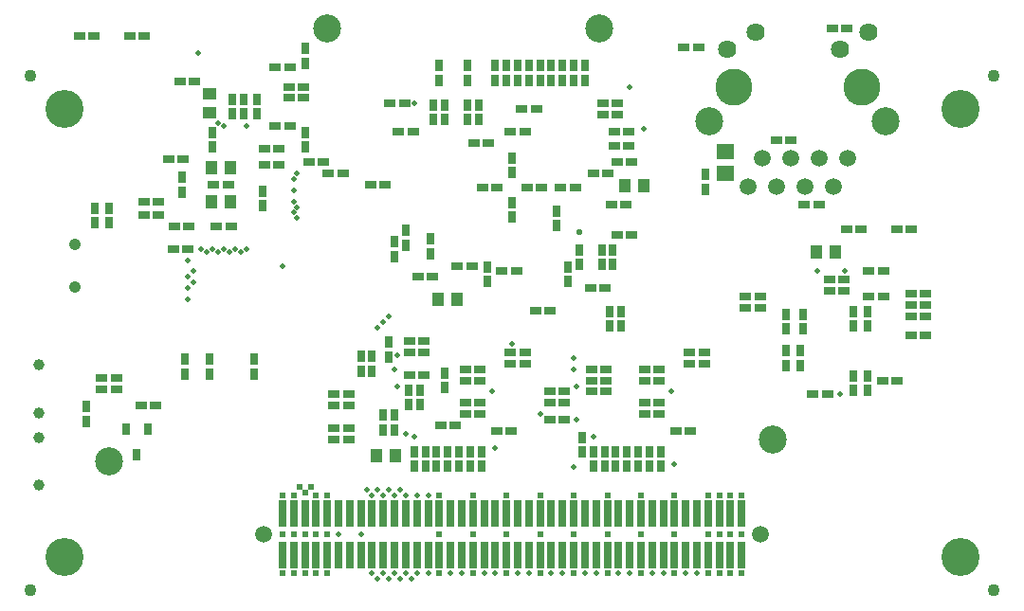
<source format=gbs>
G75*
G70*
%OFA0B0*%
%FSLAX24Y24*%
%IPPOS*%
%LPD*%
%AMOC8*
5,1,8,0,0,1.08239X$1,22.5*
%
%ADD10C,0.0591*%
%ADD11C,0.0410*%
%ADD12R,0.0394X0.0316*%
%ADD13R,0.0316X0.0394*%
%ADD14R,0.0276X0.0946*%
%ADD15R,0.0434X0.0473*%
%ADD16R,0.0257X0.0434*%
%ADD17R,0.0473X0.0434*%
%ADD18C,0.1339*%
%ADD19C,0.0394*%
%ADD20R,0.0631X0.0552*%
%ADD21C,0.0985*%
%ADD22C,0.0640*%
%ADD23C,0.0590*%
%ADD24C,0.1300*%
%ADD25C,0.0434*%
%ADD26C,0.0240*%
%ADD27C,0.0200*%
%ADD28C,0.0210*%
D10*
X009883Y003663D03*
X009883Y003663D03*
X027364Y003663D03*
X027364Y003663D03*
D11*
X003269Y012362D03*
X003269Y013862D03*
D12*
X005671Y014883D03*
X006183Y014883D03*
X006754Y014490D03*
X007265Y014490D03*
X007215Y013703D03*
X006703Y013703D03*
X008230Y014490D03*
X008742Y014490D03*
X008643Y015966D03*
X008131Y015966D03*
X007069Y016852D03*
X006557Y016852D03*
X006183Y015376D03*
X005671Y015376D03*
X009903Y016655D03*
X010415Y016655D03*
X010415Y017246D03*
X009903Y017246D03*
X010297Y018033D03*
X010809Y018033D03*
X010789Y019017D03*
X010789Y019411D03*
X011301Y019411D03*
X011301Y019017D03*
X010809Y020100D03*
X010297Y020100D03*
X007462Y019608D03*
X006950Y019608D03*
X005691Y021183D03*
X005179Y021183D03*
X003919Y021183D03*
X003407Y021183D03*
X011478Y016754D03*
X011990Y016754D03*
X012167Y016360D03*
X012679Y016360D03*
X013643Y015966D03*
X014155Y015966D03*
X014628Y017836D03*
X015139Y017836D03*
X014844Y018820D03*
X014332Y018820D03*
X017285Y017443D03*
X017797Y017443D03*
X018565Y017836D03*
X019076Y017836D03*
X018958Y018624D03*
X019470Y018624D03*
X021813Y018820D03*
X022324Y018820D03*
X022324Y018427D03*
X021813Y018427D03*
X022206Y017836D03*
X022718Y017836D03*
X022718Y017344D03*
X022206Y017344D03*
X022324Y016773D03*
X021990Y016380D03*
X021478Y016380D03*
X020848Y015868D03*
X020336Y015868D03*
X019667Y015868D03*
X019155Y015868D03*
X018092Y015868D03*
X017580Y015868D03*
X017206Y013112D03*
X016694Y013112D03*
X015828Y012718D03*
X015317Y012718D03*
X018269Y012915D03*
X018781Y012915D03*
X019450Y011537D03*
X019962Y011537D03*
X021380Y012324D03*
X021891Y012324D03*
X022305Y014214D03*
X022817Y014214D03*
X022620Y015277D03*
X022108Y015277D03*
X022836Y016773D03*
X027915Y017541D03*
X028427Y017541D03*
X028899Y015277D03*
X029411Y015277D03*
X030376Y014391D03*
X030887Y014391D03*
X032147Y014391D03*
X032659Y014391D03*
X031675Y012915D03*
X031163Y012915D03*
X030297Y012620D03*
X030297Y012226D03*
X029785Y012226D03*
X029785Y012620D03*
X031163Y012029D03*
X031675Y012029D03*
X032639Y012128D03*
X032639Y011734D03*
X032639Y011340D03*
X033151Y011340D03*
X033151Y011734D03*
X033151Y012128D03*
X033151Y010651D03*
X032639Y010651D03*
X032167Y009076D03*
X031655Y009076D03*
X029706Y008584D03*
X029194Y008584D03*
X025376Y009667D03*
X025376Y010061D03*
X024864Y010061D03*
X024864Y009667D03*
X023801Y009470D03*
X023801Y009076D03*
X023289Y009076D03*
X023289Y009470D03*
X021931Y009470D03*
X021931Y009076D03*
X021419Y009076D03*
X021419Y009470D03*
X021419Y008683D03*
X021931Y008683D03*
X023289Y008289D03*
X023289Y007895D03*
X023801Y007895D03*
X023801Y008289D03*
X024372Y007305D03*
X024883Y007305D03*
X020454Y007698D03*
X019943Y007698D03*
X019943Y008289D03*
X020454Y008289D03*
X020454Y008683D03*
X019943Y008683D03*
X019076Y009667D03*
X019076Y010061D03*
X018565Y010061D03*
X018565Y009667D03*
X017502Y009470D03*
X017502Y009076D03*
X016990Y009076D03*
X016990Y009470D03*
X015533Y009273D03*
X015021Y009273D03*
X015021Y010061D03*
X015021Y010454D03*
X015533Y010454D03*
X015533Y010061D03*
X012876Y008584D03*
X012364Y008584D03*
X012364Y008191D03*
X012876Y008191D03*
X012876Y007403D03*
X012364Y007403D03*
X012364Y007009D03*
X012876Y007009D03*
X016104Y007502D03*
X016616Y007502D03*
X016990Y007895D03*
X016990Y008289D03*
X017502Y008289D03*
X017502Y007895D03*
X018072Y007305D03*
X018584Y007305D03*
X026832Y011635D03*
X027344Y011635D03*
X027344Y012029D03*
X026832Y012029D03*
X025179Y020789D03*
X024667Y020789D03*
X029883Y021478D03*
X030395Y021478D03*
X006084Y008191D03*
X005572Y008191D03*
X004706Y008781D03*
X004194Y008781D03*
X004194Y009175D03*
X004706Y009175D03*
D13*
X003663Y008151D03*
X003663Y007639D03*
X007108Y009313D03*
X007108Y009824D03*
X007994Y009824D03*
X007994Y009313D03*
X009569Y009313D03*
X009569Y009824D03*
X013309Y009923D03*
X013702Y009923D03*
X013702Y009411D03*
X013309Y009411D03*
X014293Y009903D03*
X014293Y010415D03*
X016261Y009332D03*
X016261Y008820D03*
X015376Y008742D03*
X014982Y008742D03*
X014982Y008230D03*
X015376Y008230D03*
X014490Y007856D03*
X014096Y007856D03*
X014096Y007344D03*
X014490Y007344D03*
X015179Y006576D03*
X015572Y006576D03*
X015966Y006576D03*
X016360Y006576D03*
X016754Y006576D03*
X017147Y006576D03*
X017541Y006576D03*
X017541Y006065D03*
X017147Y006065D03*
X016754Y006065D03*
X016360Y006065D03*
X015966Y006065D03*
X015572Y006065D03*
X015179Y006065D03*
X021084Y006557D03*
X021478Y006576D03*
X021872Y006576D03*
X022265Y006576D03*
X022659Y006576D03*
X023053Y006576D03*
X023446Y006576D03*
X023840Y006576D03*
X023840Y006065D03*
X023446Y006065D03*
X023053Y006065D03*
X022659Y006065D03*
X022265Y006065D03*
X021872Y006065D03*
X021478Y006065D03*
X021084Y007069D03*
X022069Y010986D03*
X022462Y010986D03*
X022462Y011498D03*
X022069Y011498D03*
X020592Y012561D03*
X020592Y013072D03*
X020986Y013151D03*
X020986Y013663D03*
X021773Y013663D03*
X022167Y013663D03*
X022167Y013151D03*
X021773Y013151D03*
X020198Y014529D03*
X020198Y015041D03*
X018624Y014824D03*
X018624Y015336D03*
X018624Y016399D03*
X018624Y016911D03*
X017443Y018269D03*
X017049Y018269D03*
X017049Y018781D03*
X017443Y018781D03*
X016261Y018781D03*
X015868Y018781D03*
X015868Y018269D03*
X016261Y018269D03*
X016065Y019647D03*
X016065Y020159D03*
X017049Y020159D03*
X017049Y019647D03*
X018033Y019647D03*
X018427Y019647D03*
X018820Y019647D03*
X019214Y019647D03*
X019608Y019647D03*
X020002Y019647D03*
X020395Y019647D03*
X020789Y019647D03*
X021183Y019647D03*
X021183Y020159D03*
X020789Y020159D03*
X020395Y020159D03*
X020002Y020159D03*
X019608Y020159D03*
X019214Y020159D03*
X018820Y020159D03*
X018427Y020159D03*
X018033Y020159D03*
X011340Y020238D03*
X011340Y020750D03*
X009667Y018978D03*
X009175Y018978D03*
X008781Y018978D03*
X008781Y018466D03*
X009175Y018466D03*
X009667Y018466D03*
X008092Y017797D03*
X008092Y017285D03*
X007009Y016222D03*
X007009Y015710D03*
X004450Y015139D03*
X003958Y015139D03*
X003958Y014628D03*
X004450Y014628D03*
X009864Y015218D03*
X009864Y015730D03*
X011340Y017285D03*
X011340Y017797D03*
X014883Y014352D03*
X014490Y013958D03*
X014883Y013840D03*
X014490Y013446D03*
X015769Y013545D03*
X015769Y014057D03*
X017738Y013072D03*
X017738Y012561D03*
X025415Y015809D03*
X025415Y016320D03*
X030631Y011498D03*
X031124Y011498D03*
X031124Y010986D03*
X030631Y010986D03*
X028860Y010887D03*
X028860Y011399D03*
X028269Y011399D03*
X028269Y010887D03*
X028269Y010120D03*
X028761Y010120D03*
X028761Y009608D03*
X028269Y009608D03*
X030631Y009234D03*
X031124Y009234D03*
X031124Y008722D03*
X030631Y008722D03*
D14*
X026694Y004391D03*
X026301Y004391D03*
X025907Y004391D03*
X025513Y004391D03*
X025120Y004391D03*
X024726Y004391D03*
X024332Y004391D03*
X023939Y004391D03*
X023545Y004391D03*
X023151Y004391D03*
X022757Y004391D03*
X022364Y004391D03*
X021970Y004391D03*
X021576Y004391D03*
X021183Y004391D03*
X020789Y004391D03*
X020395Y004391D03*
X020002Y004391D03*
X019608Y004391D03*
X019214Y004391D03*
X018820Y004391D03*
X018427Y004391D03*
X018033Y004391D03*
X017639Y004391D03*
X017246Y004391D03*
X016852Y004391D03*
X016458Y004391D03*
X016065Y004391D03*
X015671Y004391D03*
X015277Y004391D03*
X014883Y004391D03*
X014490Y004391D03*
X014096Y004391D03*
X013702Y004391D03*
X013309Y004391D03*
X012915Y004391D03*
X012521Y004391D03*
X012128Y004391D03*
X011734Y004391D03*
X011340Y004391D03*
X010946Y004391D03*
X010553Y004391D03*
X010553Y002935D03*
X010946Y002935D03*
X011340Y002935D03*
X011734Y002935D03*
X012128Y002935D03*
X012521Y002935D03*
X012915Y002935D03*
X013309Y002935D03*
X013702Y002935D03*
X014096Y002935D03*
X014490Y002935D03*
X014883Y002935D03*
X015277Y002935D03*
X015671Y002935D03*
X016065Y002935D03*
X016458Y002935D03*
X016852Y002935D03*
X017246Y002935D03*
X017639Y002935D03*
X018033Y002935D03*
X018427Y002935D03*
X018820Y002935D03*
X019214Y002935D03*
X019608Y002935D03*
X020002Y002935D03*
X020395Y002935D03*
X020789Y002935D03*
X021183Y002935D03*
X021576Y002935D03*
X021970Y002935D03*
X022364Y002935D03*
X022757Y002935D03*
X023151Y002935D03*
X023545Y002935D03*
X023939Y002935D03*
X024332Y002935D03*
X024726Y002935D03*
X025120Y002935D03*
X025513Y002935D03*
X025907Y002935D03*
X026301Y002935D03*
X026694Y002935D03*
D15*
X014529Y006419D03*
X013860Y006419D03*
X016025Y011931D03*
X016694Y011931D03*
X022580Y015927D03*
X023250Y015927D03*
X029313Y013604D03*
X029982Y013604D03*
X008722Y015376D03*
X008053Y015376D03*
X008053Y016557D03*
X008722Y016557D03*
D16*
X005809Y007364D03*
X005061Y007364D03*
X005435Y006458D03*
D17*
X007994Y018486D03*
X007994Y019155D03*
D18*
X002876Y018624D03*
X002876Y002876D03*
X034372Y002876D03*
X034372Y018624D03*
D19*
X001990Y009618D03*
X001990Y007944D03*
X001990Y007059D03*
X001990Y005385D03*
D20*
X026104Y016380D03*
X026104Y017128D03*
D21*
X025563Y018211D03*
X021675Y021478D03*
X012128Y021478D03*
X031763Y018211D03*
X027777Y007009D03*
X004450Y006222D03*
D22*
X026173Y020741D03*
X027173Y021341D03*
X030153Y020741D03*
X031153Y021341D03*
D23*
X030413Y016911D03*
X029413Y016911D03*
X028413Y016911D03*
X027413Y016911D03*
X027913Y015911D03*
X026913Y015911D03*
X028913Y015911D03*
X029913Y015911D03*
D24*
X030913Y019411D03*
X026413Y019411D03*
D25*
X001694Y001694D03*
X001694Y019805D03*
X035553Y019805D03*
X035553Y001694D03*
D26*
X026694Y002285D03*
X026301Y002285D03*
X025907Y002285D03*
X025513Y002285D03*
X024332Y002285D03*
X023151Y002285D03*
X021970Y002285D03*
X020789Y002285D03*
X019608Y002285D03*
X018427Y002285D03*
X017246Y002285D03*
X016065Y002285D03*
X016065Y003663D03*
X017246Y003663D03*
X018427Y003663D03*
X019608Y003663D03*
X020789Y003663D03*
X021970Y003663D03*
X023151Y003663D03*
X024332Y003663D03*
X025513Y003663D03*
X025907Y003663D03*
X026301Y003663D03*
X026694Y003663D03*
X026694Y005041D03*
X026301Y005041D03*
X025907Y005041D03*
X025513Y005041D03*
X024332Y005041D03*
X023151Y005041D03*
X021970Y005041D03*
X020789Y005041D03*
X019608Y005041D03*
X018427Y005041D03*
X017246Y005041D03*
X016065Y005041D03*
X012128Y005041D03*
X011734Y005041D03*
X011537Y005336D03*
X011340Y005139D03*
X011143Y005336D03*
X010946Y005041D03*
X010553Y005041D03*
X010553Y003663D03*
X010946Y003663D03*
X011340Y003663D03*
X011734Y003663D03*
X012128Y003663D03*
X012128Y002285D03*
X011734Y002285D03*
X011340Y002285D03*
X010946Y002285D03*
X010553Y002285D03*
D27*
X012521Y003663D03*
X013309Y003663D03*
X013702Y005041D03*
X013506Y005238D03*
X013899Y005238D03*
X014096Y005041D03*
X014293Y005238D03*
X014490Y005041D03*
X014687Y005238D03*
X014883Y005041D03*
X015277Y005041D03*
X015671Y005041D03*
X018033Y006714D03*
X019608Y007913D03*
X020887Y007698D03*
X021478Y007108D03*
X020789Y006025D03*
X024332Y006124D03*
X024234Y008683D03*
X020887Y008880D03*
X020789Y009470D03*
X020789Y009864D03*
X018624Y010356D03*
X017935Y008683D03*
X015179Y007108D03*
X014883Y007206D03*
X014588Y008880D03*
X014490Y009470D03*
X014588Y009962D03*
X013899Y010946D03*
X014096Y011143D03*
X014293Y011340D03*
X010553Y013112D03*
X009273Y013702D03*
X009076Y013604D03*
X008880Y013702D03*
X008683Y013604D03*
X008486Y013702D03*
X008289Y013604D03*
X008092Y013702D03*
X007895Y013604D03*
X007698Y013702D03*
X007206Y013309D03*
X007403Y012915D03*
X007206Y012718D03*
X007403Y012521D03*
X007206Y012324D03*
X007206Y011931D03*
X011045Y014785D03*
X010946Y014982D03*
X011045Y015179D03*
X010946Y015376D03*
X010946Y015769D03*
X010946Y016163D03*
X011045Y016360D03*
X009273Y018033D03*
X008486Y018033D03*
X008289Y018131D03*
X007600Y020592D03*
X015179Y018820D03*
X022757Y019411D03*
X023250Y017935D03*
X029352Y012915D03*
X030336Y012915D03*
X030139Y008584D03*
X025120Y002285D03*
X024726Y002285D03*
X023939Y002285D03*
X023545Y002285D03*
X022757Y002285D03*
X022364Y002285D03*
X021576Y002285D03*
X021183Y002285D03*
X020395Y002285D03*
X020002Y002285D03*
X019214Y002285D03*
X018820Y002285D03*
X018033Y002285D03*
X017639Y002285D03*
X016852Y002285D03*
X016458Y002285D03*
X015671Y002285D03*
X015277Y002285D03*
X015080Y002088D03*
X014883Y002285D03*
X014687Y002088D03*
X014490Y002285D03*
X014293Y002088D03*
X014096Y002285D03*
X013899Y002088D03*
X013702Y002285D03*
D28*
X020986Y014293D03*
M02*

</source>
